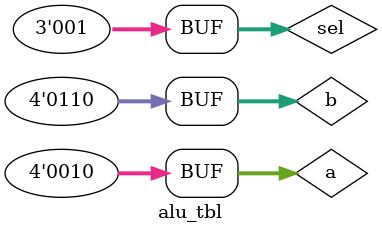
<source format=v>
module alu_tbl;

	wire [4:0] result;
	wire zero, carry, negative;
	reg [3:0] a, b;
	reg [2:0] sel;
	
	alu uut(.result(result), .carry(carry), .zero(zero), .negative(negative),
				.a(a), .b(b), .sel(sel));
				
	initial begin
		
		a = 4'b1010; b = 4'b0110; sel = 3'b000; #10;
		
		a = 4'b1010; b = 4'b1010; sel = 3'b001; #10;
		
		a = 4'b1010; b = 4'b0110; sel = 3'b010; #10;
		
		a = 4'b1010; b = 4'b0110; sel = 3'b011; #10;
		
		a = 4'b1010; b = 4'b0110; sel = 3'b100; #10;
		
		a = 4'b1010; sel = 3'b101; #10;
		
		a = 4'b1010; sel = 3'b110; #10;
		
		a = 4'b1010; b = 4'b0110; sel = 3'b111; #10;
		
		a = 4'b1010; b = 4'b1010; sel = 3'b111; #10;
		
		a = 4'b0010; b = 4'b0110; sel = 3'b001; #10;

	end

endmodule
</source>
